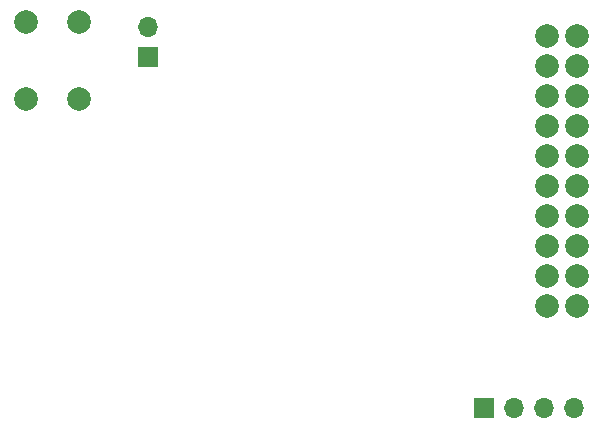
<source format=gbs>
G04 #@! TF.GenerationSoftware,KiCad,Pcbnew,9.0.0*
G04 #@! TF.CreationDate,2025-08-17T11:06:40-05:00*
G04 #@! TF.ProjectId,silver-platter,73696c76-6572-42d7-906c-61747465722e,rev?*
G04 #@! TF.SameCoordinates,Original*
G04 #@! TF.FileFunction,Soldermask,Bot*
G04 #@! TF.FilePolarity,Negative*
%FSLAX46Y46*%
G04 Gerber Fmt 4.6, Leading zero omitted, Abs format (unit mm)*
G04 Created by KiCad (PCBNEW 9.0.0) date 2025-08-17 11:06:40*
%MOMM*%
%LPD*%
G01*
G04 APERTURE LIST*
%ADD10C,2.000000*%
%ADD11R,1.700000X1.700000*%
%ADD12O,1.700000X1.700000*%
G04 APERTURE END LIST*
D10*
X136470000Y-96520000D03*
X136470000Y-90020000D03*
X140970000Y-96520000D03*
X140970000Y-90020000D03*
X180594000Y-91186000D03*
X183134000Y-91186000D03*
X180594000Y-93726000D03*
X183134000Y-93726000D03*
X180594000Y-96266000D03*
X183134000Y-96266000D03*
X180594000Y-98806000D03*
X183134000Y-98806000D03*
X180594000Y-101346000D03*
X183134000Y-101346000D03*
X180594000Y-103886000D03*
X183134000Y-103886000D03*
X180594000Y-106426000D03*
X183134000Y-106426000D03*
X180594000Y-108966000D03*
X183134000Y-108966000D03*
X180594000Y-111506000D03*
X183134000Y-111506000D03*
X180594000Y-114046000D03*
X183134000Y-114046000D03*
D11*
X175260000Y-122682000D03*
D12*
X177800000Y-122682000D03*
X180340000Y-122682000D03*
X182880000Y-122682000D03*
D11*
X146812000Y-92964000D03*
D12*
X146812000Y-90424000D03*
M02*

</source>
